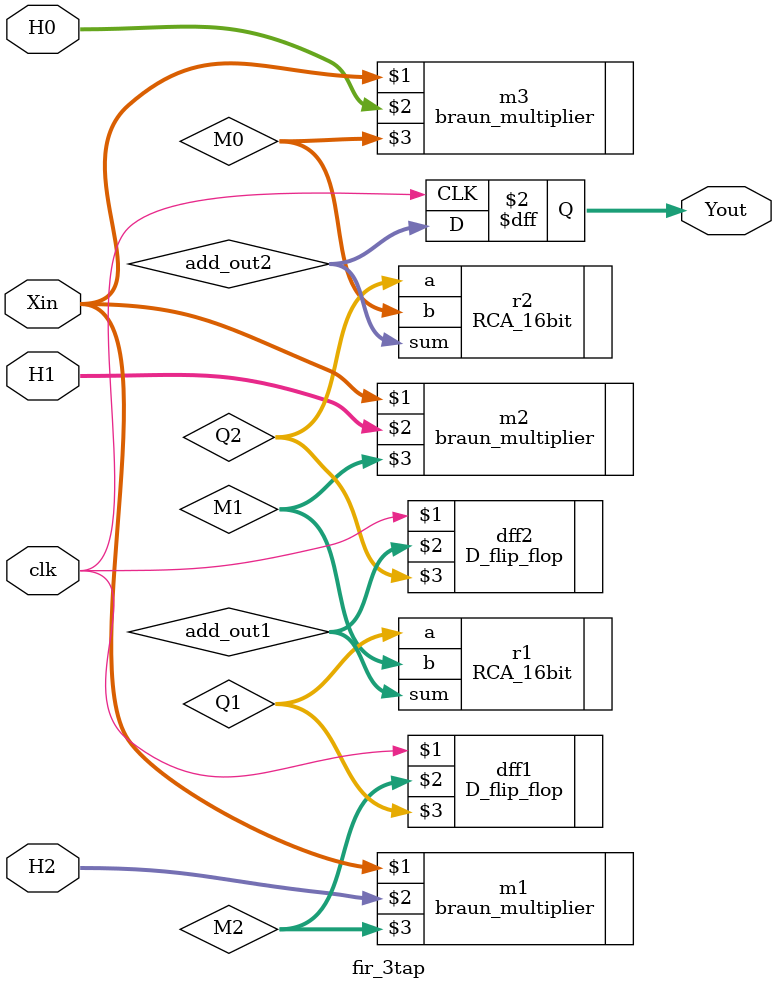
<source format=v>
module fir_3tap (input clk, 
				 input [7:0] Xin, 
				 input [7:0] H0, 
				 input [7:0] H1,
				 input [7:0] H2,
				 output reg [15:0] Yout);

wire [15:0] M0,M1,M2, add_out1, add_out2;
wire [15:0] Q1,Q2;
//Braun Multipliers Instantiation

braun_multiplier m1(Xin,H2,M2);
braun_multiplier m2(Xin,H1,M1);
braun_multiplier m3(Xin,H0,M0);

//Adders
RCA_16bit r1(.sum(add_out1),.a(Q1),.b(M1));
RCA_16bit r2(.sum(add_out2),.a(Q2),.b(M0));

// D-flip flops for Delays x(n-1) etc
D_flip_flop dff1(clk,M2,Q1);
D_flip_flop dff2(clk,add_out1,Q2);

// Last adder output for final output 
always @(posedge clk)
Yout <= add_out2;

endmodule
</source>
